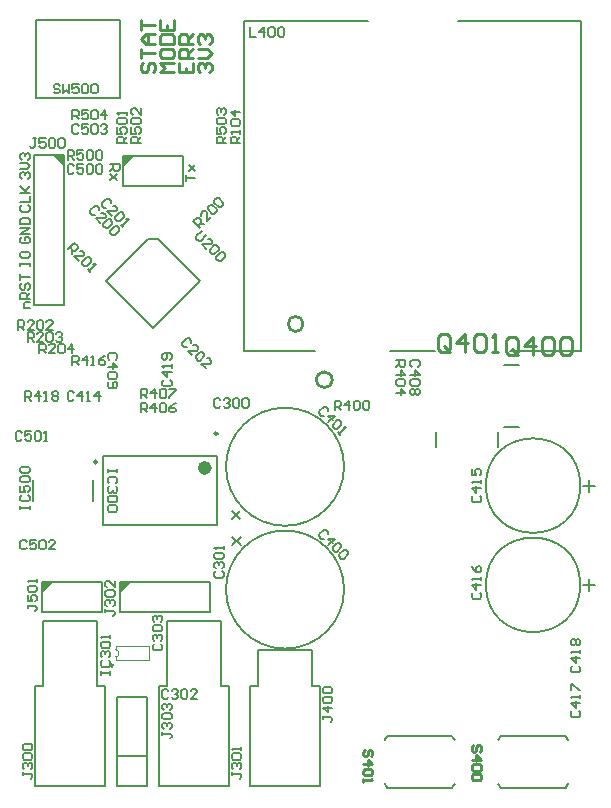
<source format=gto>
%FSLAX44Y44*%
%MOMM*%
G71*
G01*
G75*
%ADD10C,0.4000*%
%ADD11C,0.2540*%
%ADD12R,1.1500X0.7000*%
%ADD13R,0.7000X1.1500*%
%ADD14R,1.0000X1.1000*%
%ADD15R,5.3300X5.5900*%
%ADD16R,6.3500X5.2800*%
%ADD17R,1.1000X1.0000*%
G04:AMPARAMS|DCode=18|XSize=1mm|YSize=1.1mm|CornerRadius=0mm|HoleSize=0mm|Usage=FLASHONLY|Rotation=45.000|XOffset=0mm|YOffset=0mm|HoleType=Round|Shape=Rectangle|*
%AMROTATEDRECTD18*
4,1,4,0.0354,-0.7425,-0.7425,0.0354,-0.0354,0.7425,0.7425,-0.0354,0.0354,-0.7425,0.0*
%
%ADD18ROTATEDRECTD18*%

G04:AMPARAMS|DCode=19|XSize=1mm|YSize=1.1mm|CornerRadius=0mm|HoleSize=0mm|Usage=FLASHONLY|Rotation=135.000|XOffset=0mm|YOffset=0mm|HoleType=Round|Shape=Rectangle|*
%AMROTATEDRECTD19*
4,1,4,0.7425,0.0354,-0.0354,-0.7425,-0.7425,-0.0354,0.0354,0.7425,0.7425,0.0354,0.0*
%
%ADD19ROTATEDRECTD19*%

G04:AMPARAMS|DCode=20|XSize=0.5mm|YSize=1.2mm|CornerRadius=0mm|HoleSize=0mm|Usage=FLASHONLY|Rotation=135.000|XOffset=0mm|YOffset=0mm|HoleType=Round|Shape=Rectangle|*
%AMROTATEDRECTD20*
4,1,4,0.6010,0.2475,-0.2475,-0.6010,-0.6010,-0.2475,0.2475,0.6010,0.6010,0.2475,0.0*
%
%ADD20ROTATEDRECTD20*%

G04:AMPARAMS|DCode=21|XSize=0.5mm|YSize=1.2mm|CornerRadius=0mm|HoleSize=0mm|Usage=FLASHONLY|Rotation=225.000|XOffset=0mm|YOffset=0mm|HoleType=Round|Shape=Rectangle|*
%AMROTATEDRECTD21*
4,1,4,-0.2475,0.6010,0.6010,-0.2475,0.2475,-0.6010,-0.6010,0.2475,-0.2475,0.6010,0.0*
%
%ADD21ROTATEDRECTD21*%

%ADD22O,0.8000X3.0000*%
%ADD23R,0.7620X1.0100*%
%ADD24R,2.2870X1.0100*%
%ADD25R,1.8000X3.7000*%
%ADD26R,0.6000X1.8000*%
G04:AMPARAMS|DCode=27|XSize=0.6mm|YSize=1.8mm|CornerRadius=0.15mm|HoleSize=0mm|Usage=FLASHONLY|Rotation=0.000|XOffset=0mm|YOffset=0mm|HoleType=Round|Shape=RoundedRectangle|*
%AMROUNDEDRECTD27*
21,1,0.6000,1.5000,0,0,0.0*
21,1,0.3000,1.8000,0,0,0.0*
1,1,0.3000,0.1500,-0.7500*
1,1,0.3000,-0.1500,-0.7500*
1,1,0.3000,-0.1500,0.7500*
1,1,0.3000,0.1500,0.7500*
%
%ADD27ROUNDEDRECTD27*%
%ADD28R,1.1000X1.5000*%
%ADD29R,0.6000X0.9000*%
%ADD30C,0.6000*%
%ADD31C,0.4500*%
%ADD32C,1.0000*%
%ADD33C,0.5000*%
%ADD34C,0.1500*%
%ADD35C,0.8000*%
%ADD36C,1.8000*%
%ADD37R,1.8000X1.8000*%
%ADD38R,1.4000X1.4000*%
%ADD39C,1.4000*%
%ADD40C,1.7000*%
%ADD41R,1.8000X1.8000*%
%ADD42P,1.9799X4X360.0*%
%ADD43P,1.9799X4X90.0*%
%ADD44C,0.6000*%
%ADD45C,1.0000*%
%ADD46C,0.9000*%
%ADD47R,1.4000X1.3900*%
%ADD48R,4.8600X3.3600*%
%ADD49R,1.5000X1.0000*%
%ADD50R,1.0000X0.9000*%
%ADD51R,1.6000X1.8000*%
%ADD52O,1.5500X0.2500*%
%ADD53R,1.5500X0.2500*%
%ADD54R,0.2500X1.5500*%
%ADD55R,4.6000X4.6000*%
G04:AMPARAMS|DCode=56|XSize=0.76mm|YSize=1.27mm|CornerRadius=0mm|HoleSize=0mm|Usage=FLASHONLY|Rotation=315.000|XOffset=0mm|YOffset=0mm|HoleType=Round|Shape=Rectangle|*
%AMROTATEDRECTD56*
4,1,4,-0.7177,-0.1803,0.1803,0.7177,0.7177,0.1803,-0.1803,-0.7177,-0.7177,-0.1803,0.0*
%
%ADD56ROTATEDRECTD56*%

%ADD57R,2.2000X1.6000*%
%ADD58R,2.0000X3.5000*%
%ADD59R,0.9000X0.6900*%
%ADD60R,0.9900X0.6900*%
%ADD61R,0.6900X0.9000*%
%ADD62R,0.6900X0.9900*%
%ADD63R,1.4000X1.4000*%
%ADD64R,1.6000X2.9000*%
%ADD65R,1.5000X1.1000*%
%ADD66R,1.8000X1.6000*%
%ADD67R,2.9000X1.6000*%
%ADD68R,3.8100X4.2400*%
%ADD69C,0.1600*%
%ADD70C,0.1800*%
%ADD71C,0.3000*%
%ADD72C,0.2000*%
%ADD73C,0.2500*%
%ADD74C,0.1000*%
%ADD75C,0.1270*%
G36*
X91900Y163175D02*
Y172700D01*
X101425D01*
X91900Y163175D01*
D02*
G37*
G36*
X26600D02*
Y172700D01*
X36125D01*
X26600Y163175D01*
D02*
G37*
G36*
X44700Y523975D02*
X35175Y533500D01*
X44700D01*
Y523975D01*
D02*
G37*
G36*
X94600Y523175D02*
Y532700D01*
X104125D01*
X94600Y523175D01*
D02*
G37*
D11*
X86485Y102000D02*
G03*
X86485Y102000I-1000J0D01*
G01*
X371971Y369625D02*
Y379782D01*
X369431Y382321D01*
X364353D01*
X361814Y379782D01*
Y369625D01*
X364353Y367086D01*
X369431D01*
X366892Y372164D02*
X371971Y367086D01*
X369431D02*
X371971Y369625D01*
X384667Y367086D02*
Y382321D01*
X377049Y374703D01*
X387206D01*
X392284Y379782D02*
X394823Y382321D01*
X399902D01*
X402441Y379782D01*
Y369625D01*
X399902Y367086D01*
X394823D01*
X392284Y369625D01*
Y379782D01*
X407519Y367086D02*
X412598D01*
X410058D01*
Y382321D01*
X407519Y379782D01*
X429047Y366895D02*
Y377052D01*
X426508Y379591D01*
X421429D01*
X418890Y377052D01*
Y366895D01*
X421429Y364356D01*
X426508D01*
X423968Y369434D02*
X429047Y364356D01*
X426508D02*
X429047Y366895D01*
X441743Y364356D02*
Y379591D01*
X434125Y371974D01*
X444282D01*
X449360Y377052D02*
X451899Y379591D01*
X456978D01*
X459517Y377052D01*
Y366895D01*
X456978Y364356D01*
X451899D01*
X449360Y366895D01*
Y377052D01*
X464595D02*
X467134Y379591D01*
X472213D01*
X474752Y377052D01*
Y366895D01*
X472213Y364356D01*
X467134D01*
X464595Y366895D01*
Y377052D01*
X396665Y28668D02*
X397997Y30001D01*
Y32667D01*
X396665Y34000D01*
X395332D01*
X393999Y32667D01*
Y30001D01*
X392666Y28668D01*
X391333D01*
X390000Y30001D01*
Y32667D01*
X391333Y34000D01*
X390000Y22004D02*
X397997D01*
X393999Y26003D01*
Y20671D01*
X396665Y18005D02*
X397997Y16672D01*
Y14006D01*
X396665Y12674D01*
X391333D01*
X390000Y14006D01*
Y16672D01*
X391333Y18005D01*
X396665D01*
Y10008D02*
X397997Y8675D01*
Y6009D01*
X396665Y4676D01*
X391333D01*
X390000Y6009D01*
Y8675D01*
X391333Y10008D01*
X396665D01*
X304664Y24668D02*
X305997Y26001D01*
Y28667D01*
X304664Y30000D01*
X303332D01*
X301999Y28667D01*
Y26001D01*
X300666Y24668D01*
X299333D01*
X298000Y26001D01*
Y28667D01*
X299333Y30000D01*
X298000Y18004D02*
X305997D01*
X301999Y22003D01*
Y16671D01*
X304664Y14005D02*
X305997Y12672D01*
Y10006D01*
X304664Y8673D01*
X299333D01*
X298000Y10006D01*
Y12672D01*
X299333Y14005D01*
X304664D01*
X298000Y6008D02*
Y3342D01*
Y4675D01*
X305997D01*
X304664Y6008D01*
X160003Y604000D02*
X158004Y605999D01*
Y609998D01*
X160003Y611997D01*
X162003D01*
X164002Y609998D01*
Y607999D01*
Y609998D01*
X166001Y611997D01*
X168001D01*
X170000Y609998D01*
Y605999D01*
X168001Y604000D01*
X158004Y615996D02*
X166001D01*
X170000Y619995D01*
X166001Y623993D01*
X158004D01*
X160003Y627992D02*
X158004Y629992D01*
Y633990D01*
X160003Y635990D01*
X162003D01*
X164002Y633990D01*
Y631991D01*
Y633990D01*
X166001Y635990D01*
X168001D01*
X170000Y633990D01*
Y629992D01*
X168001Y627992D01*
X112003Y611997D02*
X110004Y609998D01*
Y605999D01*
X112003Y604000D01*
X114003D01*
X116002Y605999D01*
Y609998D01*
X118001Y611997D01*
X120001D01*
X122000Y609998D01*
Y605999D01*
X120001Y604000D01*
X110004Y615996D02*
Y623993D01*
Y619995D01*
X122000D01*
Y627992D02*
X114003D01*
X110004Y631991D01*
X114003Y635990D01*
X122000D01*
X116002D01*
Y627992D01*
X110004Y639988D02*
Y647986D01*
Y643987D01*
X122000D01*
X138000Y604000D02*
X126004D01*
X130003Y607999D01*
X126004Y611997D01*
X138000D01*
X126004Y621994D02*
Y617995D01*
X128003Y615996D01*
X136001D01*
X138000Y617995D01*
Y621994D01*
X136001Y623993D01*
X128003D01*
X126004Y621994D01*
Y627992D02*
X138000D01*
Y633990D01*
X136001Y635990D01*
X128003D01*
X126004Y633990D01*
Y627992D01*
Y647986D02*
Y639988D01*
X138000D01*
Y647986D01*
X132002Y639988D02*
Y643987D01*
X142004Y611997D02*
Y604000D01*
X154000D01*
Y611997D01*
X148002Y604000D02*
Y607999D01*
X154000Y615996D02*
X142004D01*
Y621994D01*
X144003Y623993D01*
X148002D01*
X150001Y621994D01*
Y615996D01*
Y619995D02*
X154000Y623993D01*
Y627992D02*
X142004D01*
Y633990D01*
X144003Y635990D01*
X148002D01*
X150001Y633990D01*
Y627992D01*
Y631991D02*
X154000Y635990D01*
D30*
X167000Y269000D02*
G03*
X167000Y269000I-3000J0D01*
G01*
D34*
X417300Y356000D02*
X430000D01*
X417000Y304000D02*
X429700D01*
X360000Y286800D02*
Y299500D01*
X412000Y286500D02*
Y299200D01*
X21000Y648100D02*
X92000D01*
X21000Y582100D02*
X92000D01*
X21000D02*
Y648100D01*
X92000Y582100D02*
Y648100D01*
D72*
X373500Y-1650D02*
G03*
X375632Y1374I-27500J21650D01*
G01*
X316368D02*
G03*
X318500Y-1650I29632J18626D01*
G01*
Y41650D02*
G03*
X316368Y38626I27500J-21650D01*
G01*
X375632D02*
G03*
X373500Y41650I-29632J-18626D01*
G01*
X469500Y-1650D02*
G03*
X471632Y1374I-27500J21650D01*
G01*
X412368D02*
G03*
X414500Y-1650I29632J18626D01*
G01*
Y41650D02*
G03*
X412368Y38626I27500J-21650D01*
G01*
X471632D02*
G03*
X469500Y41650I-29632J-18626D01*
G01*
X482000Y254000D02*
G03*
X482000Y254000I-40000J0D01*
G01*
Y170000D02*
G03*
X482000Y170000I-40000J0D01*
G01*
X318500Y-1650D02*
X373500D01*
X318500Y41650D02*
X373500D01*
X414500Y-1650D02*
X469500D01*
X414500Y41650D02*
X469500D01*
X125300Y0D02*
X184700D01*
X125300D02*
Y84600D01*
X184700Y0D02*
Y84600D01*
X125300D02*
X132000D01*
X178000D02*
X184700D01*
X132000D02*
Y139500D01*
X178000Y84600D02*
Y139500D01*
X132000D02*
X178000D01*
X20300Y0D02*
X79700D01*
X20300D02*
Y84600D01*
X79700Y0D02*
Y84600D01*
X20300D02*
X27000D01*
X73000D02*
X79700D01*
X27000D02*
Y139500D01*
X73000Y84600D02*
Y139500D01*
X27000D02*
X73000D01*
X482500Y367725D02*
Y647725D01*
X197500Y367725D02*
Y507500D01*
Y502725D02*
Y647725D01*
X301900D01*
X378100D02*
X482500D01*
X197500Y367725D02*
X257450D01*
X320950D02*
X359050D01*
X422550D02*
X482500D01*
X94600Y507300D02*
Y532700D01*
Y507300D02*
X145400D01*
Y532700D01*
X94600D02*
X145400D01*
X80269Y427307D02*
X116084Y463122D01*
X80269Y427307D02*
X120291Y387285D01*
X160313Y427307D01*
X124498Y463122D02*
X160313Y427307D01*
X116084Y463122D02*
X124498Y463122D01*
X78000Y279000D02*
X174000D01*
X78000Y221000D02*
X174000D01*
Y279000D01*
X78000Y221000D02*
Y279000D01*
X19000Y241000D02*
Y259000D01*
X69000Y241000D02*
Y259000D01*
X26600Y147300D02*
Y172700D01*
Y147300D02*
X77400D01*
Y172700D01*
X26600D02*
X77400D01*
X91900Y147300D02*
Y172700D01*
Y147300D02*
X168100D01*
Y172700D01*
X91900D02*
X168100D01*
X44700Y406500D02*
Y533500D01*
X19300Y406500D02*
X44700D01*
X19300D02*
Y533500D01*
X44700D01*
X209000Y114500D02*
X255000D01*
Y84600D02*
Y114500D01*
X209000Y84600D02*
Y114500D01*
X255000Y84600D02*
X261700D01*
X202300D02*
X209000D01*
X261700Y0D02*
Y84600D01*
X202300Y0D02*
Y84600D01*
Y0D02*
X261700D01*
X89485D02*
Y74900D01*
X115485D01*
Y0D02*
Y74900D01*
X89485Y0D02*
X115485D01*
X89485Y25400D02*
X115485D01*
X194000Y544000D02*
X186003D01*
Y547999D01*
X187335Y549332D01*
X190001D01*
X191334Y547999D01*
Y544000D01*
Y546666D02*
X194000Y549332D01*
Y551997D02*
Y554663D01*
Y553330D01*
X186003D01*
X187335Y551997D01*
Y558662D02*
X186003Y559995D01*
Y562661D01*
X187335Y563994D01*
X192667D01*
X194000Y562661D01*
Y559995D01*
X192667Y558662D01*
X187335D01*
X194000Y570658D02*
X186003D01*
X190001Y566659D01*
Y571991D01*
X161655Y469655D02*
X156943Y464943D01*
Y463058D01*
X158827Y461172D01*
X160713Y461172D01*
X165425Y465885D01*
Y454575D02*
X161655Y458345D01*
X169195D01*
X170138Y459287D01*
Y461172D01*
X168253Y463058D01*
X166368Y463058D01*
X172023Y457402D02*
X173908Y457402D01*
X175793Y455518D01*
Y453633D01*
X172023Y449862D01*
X170138Y449862D01*
X168253Y451747D01*
Y453633D01*
X172023Y457402D01*
X177678Y451748D02*
X179563Y451747D01*
X181448Y449862D01*
Y447977D01*
X177678Y444207D01*
X175793Y444207D01*
X173908Y446092D01*
Y447977D01*
X177678Y451748D01*
X41332Y592664D02*
X39999Y593997D01*
X37333D01*
X36000Y592664D01*
Y591332D01*
X37333Y589999D01*
X39999D01*
X41332Y588666D01*
Y587333D01*
X39999Y586000D01*
X37333D01*
X36000Y587333D01*
X43997Y593997D02*
Y586000D01*
X46663Y588666D01*
X49329Y586000D01*
Y593997D01*
X57326D02*
X51995D01*
Y589999D01*
X54661Y591332D01*
X55994D01*
X57326Y589999D01*
Y587333D01*
X55994Y586000D01*
X53328D01*
X51995Y587333D01*
X59992Y592664D02*
X61325Y593997D01*
X63991D01*
X65324Y592664D01*
Y587333D01*
X63991Y586000D01*
X61325D01*
X59992Y587333D01*
Y592664D01*
X67990D02*
X69323Y593997D01*
X71988D01*
X73321Y592664D01*
Y587333D01*
X71988Y586000D01*
X69323D01*
X67990Y587333D01*
Y592664D01*
X52000Y564000D02*
Y571997D01*
X55999D01*
X57332Y570664D01*
Y567999D01*
X55999Y566666D01*
X52000D01*
X54666D02*
X57332Y564000D01*
X65329Y571997D02*
X59997D01*
Y567999D01*
X62663Y569332D01*
X63996D01*
X65329Y567999D01*
Y565333D01*
X63996Y564000D01*
X61330D01*
X59997Y565333D01*
X67995Y570664D02*
X69328Y571997D01*
X71994D01*
X73326Y570664D01*
Y565333D01*
X71994Y564000D01*
X69328D01*
X67995Y565333D01*
Y570664D01*
X79991Y564000D02*
Y571997D01*
X75992Y567999D01*
X81324D01*
X182000Y544000D02*
X174003D01*
Y547999D01*
X175336Y549332D01*
X178001D01*
X179334Y547999D01*
Y544000D01*
Y546666D02*
X182000Y549332D01*
X174003Y557329D02*
Y551997D01*
X178001D01*
X176668Y554663D01*
Y555996D01*
X178001Y557329D01*
X180667D01*
X182000Y555996D01*
Y553330D01*
X180667Y551997D01*
X175336Y559995D02*
X174003Y561328D01*
Y563994D01*
X175336Y565326D01*
X180667D01*
X182000Y563994D01*
Y561328D01*
X180667Y559995D01*
X175336D01*
Y567992D02*
X174003Y569325D01*
Y571991D01*
X175336Y573324D01*
X176668D01*
X178001Y571991D01*
Y570658D01*
Y571991D01*
X179334Y573324D01*
X180667D01*
X182000Y571991D01*
Y569325D01*
X180667Y567992D01*
X110000Y544000D02*
X102003D01*
Y547999D01*
X103336Y549332D01*
X106001D01*
X107334Y547999D01*
Y544000D01*
Y546666D02*
X110000Y549332D01*
X102003Y557329D02*
Y551997D01*
X106001D01*
X104668Y554663D01*
Y555996D01*
X106001Y557329D01*
X108667D01*
X110000Y555996D01*
Y553330D01*
X108667Y551997D01*
X103336Y559995D02*
X102003Y561328D01*
Y563994D01*
X103336Y565326D01*
X108667D01*
X110000Y563994D01*
Y561328D01*
X108667Y559995D01*
X103336D01*
X110000Y573324D02*
Y567992D01*
X104668Y573324D01*
X103336D01*
X102003Y571991D01*
Y569325D01*
X103336Y567992D01*
X98000Y544000D02*
X90003D01*
Y547999D01*
X91335Y549332D01*
X94001D01*
X95334Y547999D01*
Y544000D01*
Y546666D02*
X98000Y549332D01*
X90003Y557329D02*
Y551997D01*
X94001D01*
X92668Y554663D01*
Y555996D01*
X94001Y557329D01*
X96667D01*
X98000Y555996D01*
Y553330D01*
X96667Y551997D01*
X91335Y559995D02*
X90003Y561328D01*
Y563994D01*
X91335Y565326D01*
X96667D01*
X98000Y563994D01*
Y561328D01*
X96667Y559995D01*
X91335D01*
X98000Y567992D02*
Y570658D01*
Y569325D01*
X90003D01*
X91335Y567992D01*
X48000Y530000D02*
Y537997D01*
X51999D01*
X53332Y536665D01*
Y533999D01*
X51999Y532666D01*
X48000D01*
X50666D02*
X53332Y530000D01*
X61329Y537997D02*
X55997D01*
Y533999D01*
X58663Y535332D01*
X59996D01*
X61329Y533999D01*
Y531333D01*
X59996Y530000D01*
X57330D01*
X55997Y531333D01*
X63995Y536665D02*
X65328Y537997D01*
X67994D01*
X69327Y536665D01*
Y531333D01*
X67994Y530000D01*
X65328D01*
X63995Y531333D01*
Y536665D01*
X71992D02*
X73325Y537997D01*
X75991D01*
X77324Y536665D01*
Y531333D01*
X75991Y530000D01*
X73325D01*
X71992Y531333D01*
Y536665D01*
X12000Y326000D02*
Y333997D01*
X15999D01*
X17332Y332664D01*
Y329999D01*
X15999Y328666D01*
X12000D01*
X14666D02*
X17332Y326000D01*
X23996D02*
Y333997D01*
X19997Y329999D01*
X25329D01*
X27995Y326000D02*
X30661D01*
X29328D01*
Y333997D01*
X27995Y332664D01*
X34659D02*
X35992Y333997D01*
X38658D01*
X39991Y332664D01*
Y331332D01*
X38658Y329999D01*
X39991Y328666D01*
Y327333D01*
X38658Y326000D01*
X35992D01*
X34659Y327333D01*
Y328666D01*
X35992Y329999D01*
X34659Y331332D01*
Y332664D01*
X35992Y329999D02*
X38658D01*
X52000Y356000D02*
Y363997D01*
X55999D01*
X57332Y362664D01*
Y359999D01*
X55999Y358666D01*
X52000D01*
X54666D02*
X57332Y356000D01*
X63996D02*
Y363997D01*
X59997Y359999D01*
X65329D01*
X67995Y356000D02*
X70661D01*
X69328D01*
Y363997D01*
X67995Y362664D01*
X79991Y363997D02*
X77325Y362664D01*
X74659Y359999D01*
Y357333D01*
X75992Y356000D01*
X78658D01*
X79991Y357333D01*
Y358666D01*
X78658Y359999D01*
X74659D01*
X110000Y328000D02*
Y335997D01*
X113999D01*
X115332Y334664D01*
Y331999D01*
X113999Y330666D01*
X110000D01*
X112666D02*
X115332Y328000D01*
X121996D02*
Y335997D01*
X117997Y331999D01*
X123329D01*
X125995Y334664D02*
X127328Y335997D01*
X129994D01*
X131327Y334664D01*
Y329333D01*
X129994Y328000D01*
X127328D01*
X125995Y329333D01*
Y334664D01*
X133992Y335997D02*
X139324D01*
Y334664D01*
X133992Y329333D01*
Y328000D01*
X110000Y316000D02*
Y323997D01*
X113999D01*
X115332Y322664D01*
Y319999D01*
X113999Y318666D01*
X110000D01*
X112666D02*
X115332Y316000D01*
X121996D02*
Y323997D01*
X117997Y319999D01*
X123329D01*
X125995Y322664D02*
X127328Y323997D01*
X129994D01*
X131327Y322664D01*
Y317333D01*
X129994Y316000D01*
X127328D01*
X125995Y317333D01*
Y322664D01*
X139324Y323997D02*
X136658Y322664D01*
X133992Y319999D01*
Y317333D01*
X135325Y316000D01*
X137991D01*
X139324Y317333D01*
Y318666D01*
X137991Y319999D01*
X133992D01*
X326000Y360000D02*
X333997D01*
Y356001D01*
X332664Y354668D01*
X329999D01*
X328666Y356001D01*
Y360000D01*
Y357334D02*
X326000Y354668D01*
Y348004D02*
X333997D01*
X329999Y352003D01*
Y346671D01*
X332664Y344005D02*
X333997Y342672D01*
Y340006D01*
X332664Y338674D01*
X327333D01*
X326000Y340006D01*
Y342672D01*
X327333Y344005D01*
X332664D01*
X326000Y332009D02*
X333997D01*
X329999Y336008D01*
Y330676D01*
X274000Y318000D02*
Y325997D01*
X277999D01*
X279332Y324664D01*
Y321999D01*
X277999Y320666D01*
X274000D01*
X276666D02*
X279332Y318000D01*
X285996D02*
Y325997D01*
X281997Y321999D01*
X287329D01*
X289995Y324664D02*
X291328Y325997D01*
X293994D01*
X295326Y324664D01*
Y319333D01*
X293994Y318000D01*
X291328D01*
X289995Y319333D01*
Y324664D01*
X297992D02*
X299325Y325997D01*
X301991D01*
X303324Y324664D01*
Y319333D01*
X301991Y318000D01*
X299325D01*
X297992Y319333D01*
Y324664D01*
X24000Y366000D02*
Y373997D01*
X27999D01*
X29332Y372664D01*
Y369999D01*
X27999Y368666D01*
X24000D01*
X26666D02*
X29332Y366000D01*
X37329D02*
X31997D01*
X37329Y371332D01*
Y372664D01*
X35996Y373997D01*
X33330D01*
X31997Y372664D01*
X39995D02*
X41328Y373997D01*
X43994D01*
X45326Y372664D01*
Y367333D01*
X43994Y366000D01*
X41328D01*
X39995Y367333D01*
Y372664D01*
X51991Y366000D02*
Y373997D01*
X47992Y369999D01*
X53324D01*
X14000Y376000D02*
Y383997D01*
X17999D01*
X19332Y382664D01*
Y379999D01*
X17999Y378666D01*
X14000D01*
X16666D02*
X19332Y376000D01*
X27329D02*
X21997D01*
X27329Y381332D01*
Y382664D01*
X25996Y383997D01*
X23330D01*
X21997Y382664D01*
X29995D02*
X31328Y383997D01*
X33994D01*
X35326Y382664D01*
Y377333D01*
X33994Y376000D01*
X31328D01*
X29995Y377333D01*
Y382664D01*
X37992D02*
X39325Y383997D01*
X41991D01*
X43324Y382664D01*
Y381332D01*
X41991Y379999D01*
X40658D01*
X41991D01*
X43324Y378666D01*
Y377333D01*
X41991Y376000D01*
X39325D01*
X37992Y377333D01*
X6000Y386000D02*
Y393997D01*
X9999D01*
X11332Y392664D01*
Y389999D01*
X9999Y388666D01*
X6000D01*
X8666D02*
X11332Y386000D01*
X19329D02*
X13997D01*
X19329Y391332D01*
Y392664D01*
X17996Y393997D01*
X15330D01*
X13997Y392664D01*
X21995D02*
X23328Y393997D01*
X25993D01*
X27326Y392664D01*
Y387333D01*
X25993Y386000D01*
X23328D01*
X21995Y387333D01*
Y392664D01*
X35324Y386000D02*
X29992D01*
X35324Y391332D01*
Y392664D01*
X33991Y393997D01*
X31325D01*
X29992Y392664D01*
X48000Y454000D02*
X53655Y459655D01*
X56483Y456828D01*
Y454943D01*
X54598Y453058D01*
X52712Y453058D01*
X49885Y455885D01*
X51770Y454000D02*
Y450230D01*
X57425Y444575D02*
X53655Y448345D01*
X61195D01*
X62138Y449287D01*
Y451172D01*
X60253Y453058D01*
X58368Y453058D01*
X64023Y447402D02*
X65908Y447402D01*
X67793Y445517D01*
Y443633D01*
X64023Y439862D01*
X62138Y439862D01*
X60253Y441747D01*
Y443633D01*
X64023Y447402D01*
X64965Y437035D02*
X66850Y435150D01*
X65908Y436092D01*
X71563Y441747D01*
X69678Y441748D01*
X160000Y472000D02*
X154345Y477655D01*
X157172Y480483D01*
X159058D01*
X160942Y478597D01*
X160942Y476712D01*
X158115Y473885D01*
X160000Y475770D02*
X163770D01*
X169425Y481425D02*
X165655Y477655D01*
Y485195D01*
X164713Y486138D01*
X162827D01*
X160942Y484253D01*
X160942Y482368D01*
X166597Y488023D02*
X166598Y489908D01*
X168483Y491793D01*
X170368D01*
X174138Y488023D01*
X174138Y486138D01*
X172253Y484253D01*
X170368D01*
X166597Y488023D01*
X172253Y493678D02*
X172253Y495563D01*
X174138Y497448D01*
X176023D01*
X179793Y493678D01*
X179793Y491793D01*
X177908Y489908D01*
X176023D01*
X172253Y493678D01*
X202000Y641997D02*
Y634000D01*
X207332D01*
X213996D02*
Y641997D01*
X209997Y637999D01*
X215329D01*
X217995Y640665D02*
X219328Y641997D01*
X221994D01*
X223326Y640665D01*
Y635333D01*
X221994Y634000D01*
X219328D01*
X217995Y635333D01*
Y640665D01*
X225992D02*
X227325Y641997D01*
X229991D01*
X231324Y640665D01*
Y635333D01*
X229991Y634000D01*
X227325D01*
X225992Y635333D01*
Y640665D01*
X14003Y153332D02*
Y150666D01*
Y151999D01*
X20667D01*
X22000Y150666D01*
Y149333D01*
X20667Y148000D01*
X14003Y161329D02*
Y155997D01*
X18001D01*
X16668Y158663D01*
Y159996D01*
X18001Y161329D01*
X20667D01*
X22000Y159996D01*
Y157330D01*
X20667Y155997D01*
X15336Y163995D02*
X14003Y165328D01*
Y167994D01*
X15336Y169326D01*
X20667D01*
X22000Y167994D01*
Y165328D01*
X20667Y163995D01*
X15336D01*
X22000Y171992D02*
Y174658D01*
Y173325D01*
X14003D01*
X15336Y171992D01*
X21332Y547997D02*
X18666D01*
X19999D01*
Y541333D01*
X18666Y540000D01*
X17333D01*
X16000Y541333D01*
X29329Y547997D02*
X23997D01*
Y543999D01*
X26663Y545332D01*
X27996D01*
X29329Y543999D01*
Y541333D01*
X27996Y540000D01*
X25330D01*
X23997Y541333D01*
X31995Y546665D02*
X33328Y547997D01*
X35994D01*
X37326Y546665D01*
Y541333D01*
X35994Y540000D01*
X33328D01*
X31995Y541333D01*
Y546665D01*
X39992D02*
X41325Y547997D01*
X43991D01*
X45324Y546665D01*
Y541333D01*
X43991Y540000D01*
X41325D01*
X39992Y541333D01*
Y546665D01*
X264003Y59332D02*
Y56666D01*
Y57999D01*
X270667D01*
X272000Y56666D01*
Y55333D01*
X270667Y54000D01*
X272000Y65996D02*
X264003D01*
X268001Y61997D01*
Y67329D01*
X265336Y69995D02*
X264003Y71328D01*
Y73994D01*
X265336Y75326D01*
X270667D01*
X272000Y73994D01*
Y71328D01*
X270667Y69995D01*
X265336D01*
Y77992D02*
X264003Y79325D01*
Y81991D01*
X265336Y83324D01*
X270667D01*
X272000Y81991D01*
Y79325D01*
X270667Y77992D01*
X265336D01*
X80003Y149332D02*
Y146666D01*
Y147999D01*
X86667D01*
X88000Y146666D01*
Y145333D01*
X86667Y144000D01*
X81335Y151997D02*
X80003Y153330D01*
Y155996D01*
X81335Y157329D01*
X82668D01*
X84001Y155996D01*
Y154663D01*
Y155996D01*
X85334Y157329D01*
X86667D01*
X88000Y155996D01*
Y153330D01*
X86667Y151997D01*
X81335Y159995D02*
X80003Y161328D01*
Y163994D01*
X81335Y165326D01*
X86667D01*
X88000Y163994D01*
Y161328D01*
X86667Y159995D01*
X81335D01*
X88000Y173324D02*
Y167992D01*
X82668Y173324D01*
X81335D01*
X80003Y171991D01*
Y169325D01*
X81335Y167992D01*
X187003Y11332D02*
Y8666D01*
Y9999D01*
X193667D01*
X195000Y8666D01*
Y7333D01*
X193667Y6000D01*
X188335Y13997D02*
X187003Y15330D01*
Y17996D01*
X188335Y19329D01*
X189668D01*
X191001Y17996D01*
Y16663D01*
Y17996D01*
X192334Y19329D01*
X193667D01*
X195000Y17996D01*
Y15330D01*
X193667Y13997D01*
X188335Y21995D02*
X187003Y23328D01*
Y25993D01*
X188335Y27326D01*
X193667D01*
X195000Y25993D01*
Y23328D01*
X193667Y21995D01*
X188335D01*
X195000Y29992D02*
Y32658D01*
Y31325D01*
X187003D01*
X188335Y29992D01*
X10003Y11332D02*
Y8666D01*
Y9999D01*
X16667D01*
X18000Y8666D01*
Y7333D01*
X16667Y6000D01*
X11336Y13997D02*
X10003Y15330D01*
Y17996D01*
X11336Y19329D01*
X12668D01*
X14001Y17996D01*
Y16663D01*
Y17996D01*
X15334Y19329D01*
X16667D01*
X18000Y17996D01*
Y15330D01*
X16667Y13997D01*
X11336Y21995D02*
X10003Y23328D01*
Y25993D01*
X11336Y27326D01*
X16667D01*
X18000Y25993D01*
Y23328D01*
X16667Y21995D01*
X11336D01*
Y29992D02*
X10003Y31325D01*
Y33991D01*
X11336Y35324D01*
X16667D01*
X18000Y33991D01*
Y31325D01*
X16667Y29992D01*
X11336D01*
X8003Y234000D02*
Y236666D01*
Y235333D01*
X16000D01*
Y234000D01*
Y236666D01*
X9336Y245996D02*
X8003Y244663D01*
Y241997D01*
X9336Y240665D01*
X14667D01*
X16000Y241997D01*
Y244663D01*
X14667Y245996D01*
X8003Y253993D02*
Y248662D01*
X12001D01*
X10668Y251328D01*
Y252661D01*
X12001Y253993D01*
X14667D01*
X16000Y252661D01*
Y249995D01*
X14667Y248662D01*
X9336Y256659D02*
X8003Y257992D01*
Y260658D01*
X9336Y261991D01*
X14667D01*
X16000Y260658D01*
Y257992D01*
X14667Y256659D01*
X9336D01*
Y264657D02*
X8003Y265990D01*
Y268655D01*
X9336Y269988D01*
X14667D01*
X16000Y268655D01*
Y265990D01*
X14667Y264657D01*
X9336D01*
X76003Y94000D02*
Y96666D01*
Y95333D01*
X84000D01*
Y94000D01*
Y96666D01*
X77336Y105996D02*
X76003Y104663D01*
Y101997D01*
X77336Y100665D01*
X82667D01*
X84000Y101997D01*
Y104663D01*
X82667Y105996D01*
X77336Y108662D02*
X76003Y109995D01*
Y112661D01*
X77336Y113994D01*
X78668D01*
X80001Y112661D01*
Y111328D01*
Y112661D01*
X81334Y113994D01*
X82667D01*
X84000Y112661D01*
Y109995D01*
X82667Y108662D01*
X77336Y116659D02*
X76003Y117992D01*
Y120658D01*
X77336Y121991D01*
X82667D01*
X84000Y120658D01*
Y117992D01*
X82667Y116659D01*
X77336D01*
X84000Y124657D02*
Y127323D01*
Y125990D01*
X76003D01*
X77336Y124657D01*
X89997Y268000D02*
Y265334D01*
Y266667D01*
X82000D01*
Y268000D01*
Y265334D01*
X88665Y256004D02*
X89997Y257337D01*
Y260003D01*
X88665Y261336D01*
X83333D01*
X82000Y260003D01*
Y257337D01*
X83333Y256004D01*
X88665Y253338D02*
X89997Y252005D01*
Y249339D01*
X88665Y248006D01*
X87332D01*
X85999Y249339D01*
Y250672D01*
Y249339D01*
X84666Y248006D01*
X83333D01*
X82000Y249339D01*
Y252005D01*
X83333Y253338D01*
X88665Y245341D02*
X89997Y244008D01*
Y241342D01*
X88665Y240009D01*
X83333D01*
X82000Y241342D01*
Y244008D01*
X83333Y245341D01*
X88665D01*
Y237343D02*
X89997Y236010D01*
Y233344D01*
X88665Y232012D01*
X83333D01*
X82000Y233344D01*
Y236010D01*
X83333Y237343D01*
X88665D01*
X57332Y558665D02*
X55999Y559997D01*
X53333D01*
X52000Y558665D01*
Y553333D01*
X53333Y552000D01*
X55999D01*
X57332Y553333D01*
X65329Y559997D02*
X59997D01*
Y555999D01*
X62663Y557332D01*
X63996D01*
X65329Y555999D01*
Y553333D01*
X63996Y552000D01*
X61330D01*
X59997Y553333D01*
X67995Y558665D02*
X69328Y559997D01*
X71994D01*
X73326Y558665D01*
Y553333D01*
X71994Y552000D01*
X69328D01*
X67995Y553333D01*
Y558665D01*
X75992D02*
X77325Y559997D01*
X79991D01*
X81324Y558665D01*
Y557332D01*
X79991Y555999D01*
X78658D01*
X79991D01*
X81324Y554666D01*
Y553333D01*
X79991Y552000D01*
X77325D01*
X75992Y553333D01*
X13332Y206665D02*
X11999Y207997D01*
X9333D01*
X8000Y206665D01*
Y201333D01*
X9333Y200000D01*
X11999D01*
X13332Y201333D01*
X21329Y207997D02*
X15997D01*
Y203999D01*
X18663Y205332D01*
X19996D01*
X21329Y203999D01*
Y201333D01*
X19996Y200000D01*
X17330D01*
X15997Y201333D01*
X23995Y206665D02*
X25328Y207997D01*
X27994D01*
X29327Y206665D01*
Y201333D01*
X27994Y200000D01*
X25328D01*
X23995Y201333D01*
Y206665D01*
X37324Y200000D02*
X31992D01*
X37324Y205332D01*
Y206665D01*
X35991Y207997D01*
X33325D01*
X31992Y206665D01*
X9332Y298664D02*
X7999Y299997D01*
X5333D01*
X4000Y298664D01*
Y293333D01*
X5333Y292000D01*
X7999D01*
X9332Y293333D01*
X17329Y299997D02*
X11997D01*
Y295999D01*
X14663Y297332D01*
X15996D01*
X17329Y295999D01*
Y293333D01*
X15996Y292000D01*
X13330D01*
X11997Y293333D01*
X19995Y298664D02*
X21328Y299997D01*
X23994D01*
X25326Y298664D01*
Y293333D01*
X23994Y292000D01*
X21328D01*
X19995Y293333D01*
Y298664D01*
X27992Y292000D02*
X30658D01*
X29325D01*
Y299997D01*
X27992Y298664D01*
X53332Y524664D02*
X51999Y525997D01*
X49333D01*
X48000Y524664D01*
Y519333D01*
X49333Y518000D01*
X51999D01*
X53332Y519333D01*
X61329Y525997D02*
X55997D01*
Y521999D01*
X58663Y523332D01*
X59996D01*
X61329Y521999D01*
Y519333D01*
X59996Y518000D01*
X57330D01*
X55997Y519333D01*
X63995Y524664D02*
X65328Y525997D01*
X67994D01*
X69327Y524664D01*
Y519333D01*
X67994Y518000D01*
X65328D01*
X63995Y519333D01*
Y524664D01*
X71992D02*
X73325Y525997D01*
X75991D01*
X77324Y524664D01*
Y519333D01*
X75991Y518000D01*
X73325D01*
X71992Y519333D01*
Y524664D01*
X129335Y343332D02*
X128003Y341999D01*
Y339333D01*
X129335Y338000D01*
X134667D01*
X136000Y339333D01*
Y341999D01*
X134667Y343332D01*
X136000Y349996D02*
X128003D01*
X132001Y345997D01*
Y351329D01*
X136000Y353995D02*
Y356661D01*
Y355328D01*
X128003D01*
X129335Y353995D01*
X134667Y360659D02*
X136000Y361992D01*
Y364658D01*
X134667Y365991D01*
X129335D01*
X128003Y364658D01*
Y361992D01*
X129335Y360659D01*
X130668D01*
X132001Y361992D01*
Y365991D01*
X53332Y332664D02*
X51999Y333997D01*
X49333D01*
X48000Y332664D01*
Y327333D01*
X49333Y326000D01*
X51999D01*
X53332Y327333D01*
X59996Y326000D02*
Y333997D01*
X55997Y329999D01*
X61329D01*
X63995Y326000D02*
X66661D01*
X65328D01*
Y333997D01*
X63995Y332664D01*
X74658Y326000D02*
Y333997D01*
X70659Y329999D01*
X75991D01*
X88665Y360668D02*
X89997Y362001D01*
Y364667D01*
X88665Y366000D01*
X83333D01*
X82000Y364667D01*
Y362001D01*
X83333Y360668D01*
X82000Y354004D02*
X89997D01*
X85999Y358003D01*
Y352671D01*
X88665Y350005D02*
X89997Y348672D01*
Y346006D01*
X88665Y344674D01*
X83333D01*
X82000Y346006D01*
Y348672D01*
X83333Y350005D01*
X88665D01*
X83333Y342008D02*
X82000Y340675D01*
Y338009D01*
X83333Y336676D01*
X88665D01*
X89997Y338009D01*
Y340675D01*
X88665Y342008D01*
X87332D01*
X85999Y340675D01*
Y336676D01*
X344664Y354668D02*
X345997Y356001D01*
Y358667D01*
X344664Y360000D01*
X339333D01*
X338000Y358667D01*
Y356001D01*
X339333Y354668D01*
X338000Y348004D02*
X345997D01*
X341999Y352003D01*
Y346671D01*
X344664Y344005D02*
X345997Y342672D01*
Y340006D01*
X344664Y338674D01*
X339333D01*
X338000Y340006D01*
Y342672D01*
X339333Y344005D01*
X344664D01*
Y336008D02*
X345997Y334675D01*
Y332009D01*
X344664Y330676D01*
X343332D01*
X341999Y332009D01*
X340666Y330676D01*
X339333D01*
X338000Y332009D01*
Y334675D01*
X339333Y336008D01*
X340666D01*
X341999Y334675D01*
X343332Y336008D01*
X344664D01*
X341999Y334675D02*
Y332009D01*
X121335Y119832D02*
X120003Y118499D01*
Y115833D01*
X121335Y114500D01*
X126667D01*
X128000Y115833D01*
Y118499D01*
X126667Y119832D01*
X121335Y122497D02*
X120003Y123830D01*
Y126496D01*
X121335Y127829D01*
X122668D01*
X124001Y126496D01*
Y125163D01*
Y126496D01*
X125334Y127829D01*
X126667D01*
X128000Y126496D01*
Y123830D01*
X126667Y122497D01*
X121335Y130495D02*
X120003Y131828D01*
Y134494D01*
X121335Y135826D01*
X126667D01*
X128000Y134494D01*
Y131828D01*
X126667Y130495D01*
X121335D01*
Y138492D02*
X120003Y139825D01*
Y142491D01*
X121335Y143824D01*
X122668D01*
X124001Y142491D01*
Y141158D01*
Y142491D01*
X125334Y143824D01*
X126667D01*
X128000Y142491D01*
Y139825D01*
X126667Y138492D01*
X133332Y80180D02*
X131999Y81512D01*
X129333D01*
X128000Y80180D01*
Y74848D01*
X129333Y73515D01*
X131999D01*
X133332Y74848D01*
X135997Y80180D02*
X137330Y81512D01*
X139996D01*
X141329Y80180D01*
Y78847D01*
X139996Y77514D01*
X138663D01*
X139996D01*
X141329Y76181D01*
Y74848D01*
X139996Y73515D01*
X137330D01*
X135997Y74848D01*
X143995Y80180D02*
X145328Y81512D01*
X147994D01*
X149326Y80180D01*
Y74848D01*
X147994Y73515D01*
X145328D01*
X143995Y74848D01*
Y80180D01*
X157324Y73515D02*
X151992D01*
X157324Y78847D01*
Y80180D01*
X155991Y81512D01*
X153325D01*
X151992Y80180D01*
X173335Y181332D02*
X172003Y179999D01*
Y177333D01*
X173335Y176000D01*
X178667D01*
X180000Y177333D01*
Y179999D01*
X178667Y181332D01*
X173335Y183997D02*
X172003Y185330D01*
Y187996D01*
X173335Y189329D01*
X174668D01*
X176001Y187996D01*
Y186663D01*
Y187996D01*
X177334Y189329D01*
X178667D01*
X180000Y187996D01*
Y185330D01*
X178667Y183997D01*
X173335Y191995D02*
X172003Y193328D01*
Y195994D01*
X173335Y197327D01*
X178667D01*
X180000Y195994D01*
Y193328D01*
X178667Y191995D01*
X173335D01*
X180000Y199992D02*
Y202658D01*
Y201325D01*
X172003D01*
X173335Y199992D01*
X177332Y326665D02*
X175999Y327997D01*
X173333D01*
X172000Y326665D01*
Y321333D01*
X173333Y320000D01*
X175999D01*
X177332Y321333D01*
X179997Y326665D02*
X181330Y327997D01*
X183996D01*
X185329Y326665D01*
Y325332D01*
X183996Y323999D01*
X182663D01*
X183996D01*
X185329Y322666D01*
Y321333D01*
X183996Y320000D01*
X181330D01*
X179997Y321333D01*
X187995Y326665D02*
X189328Y327997D01*
X191994D01*
X193326Y326665D01*
Y321333D01*
X191994Y320000D01*
X189328D01*
X187995Y321333D01*
Y326665D01*
X195992D02*
X197325Y327997D01*
X199991D01*
X201324Y326665D01*
Y321333D01*
X199991Y320000D01*
X197325D01*
X195992Y321333D01*
Y326665D01*
X152483Y374943D02*
Y376828D01*
X150597Y378713D01*
X148713Y378713D01*
X144943Y374943D01*
Y373058D01*
X146827Y371172D01*
X148713Y371172D01*
X153425Y364575D02*
X149655Y368345D01*
X157195D01*
X158138Y369287D01*
Y371172D01*
X156253Y373058D01*
X154368Y373058D01*
X160023Y367402D02*
X161908Y367402D01*
X163793Y365517D01*
Y363632D01*
X160023Y359862D01*
X158138Y359862D01*
X156253Y361747D01*
Y363632D01*
X160023Y367402D01*
X164735Y353265D02*
X160965Y357035D01*
X168505D01*
X169448Y357977D01*
Y359862D01*
X167563Y361747D01*
X165678Y361747D01*
X84483Y492943D02*
Y494827D01*
X82598Y496712D01*
X80712Y496712D01*
X76943Y492943D01*
Y491058D01*
X78828Y489173D01*
X80712Y489173D01*
X85425Y482575D02*
X81655Y486345D01*
X89195D01*
X90138Y487287D01*
Y489173D01*
X88253Y491058D01*
X86368Y491058D01*
X92023Y485402D02*
X93908Y485402D01*
X95793Y483517D01*
Y481632D01*
X92023Y477862D01*
X90138Y477862D01*
X88253Y479747D01*
Y481632D01*
X92023Y485402D01*
X92965Y475035D02*
X94850Y473150D01*
X93908Y474092D01*
X99563Y479747D01*
X97678Y479748D01*
X74483Y486942D02*
Y488828D01*
X72597Y490713D01*
X70712Y490713D01*
X66943Y486942D01*
Y485057D01*
X68828Y483172D01*
X70712Y483172D01*
X75425Y476575D02*
X71655Y480345D01*
X79195D01*
X80138Y481287D01*
Y483172D01*
X78253Y485057D01*
X76368Y485057D01*
X82023Y479403D02*
X83908Y479402D01*
X85793Y477517D01*
Y475632D01*
X82023Y471862D01*
X80138Y471862D01*
X78253Y473747D01*
Y475632D01*
X82023Y479403D01*
X87678Y473747D02*
X89563Y473747D01*
X91448Y471862D01*
Y469977D01*
X87678Y466207D01*
X85793Y466207D01*
X83908Y468092D01*
Y469977D01*
X87678Y473747D01*
X268482Y212943D02*
Y214827D01*
X266597Y216712D01*
X264713Y216712D01*
X260942Y212943D01*
Y211057D01*
X262827Y209172D01*
X264713Y209172D01*
X268482Y203517D02*
X274138Y209172D01*
X268482Y209172D01*
X272253Y205403D01*
X276023D02*
X277908Y205403D01*
X279793Y203517D01*
Y201632D01*
X276023Y197862D01*
X274138Y197862D01*
X272253Y199747D01*
Y201632D01*
X276023Y205403D01*
X281678Y199748D02*
X283563Y199747D01*
X285448Y197862D01*
Y195977D01*
X281678Y192207D01*
X279793Y192207D01*
X277908Y194092D01*
Y195977D01*
X281678Y199748D01*
X268482Y316943D02*
Y318827D01*
X266597Y320713D01*
X264713Y320713D01*
X260942Y316943D01*
Y315058D01*
X262827Y313172D01*
X264713Y313172D01*
X268482Y307517D02*
X274138Y313172D01*
X268482Y313172D01*
X272253Y309403D01*
X276023D02*
X277908Y309403D01*
X279793Y307517D01*
Y305632D01*
X276023Y301862D01*
X274138Y301862D01*
X272253Y303747D01*
Y305632D01*
X276023Y309403D01*
X276965Y299035D02*
X278850Y297150D01*
X277908Y298092D01*
X283563Y303747D01*
X281678Y303747D01*
X391335Y245332D02*
X390003Y243999D01*
Y241333D01*
X391335Y240000D01*
X396667D01*
X398000Y241333D01*
Y243999D01*
X396667Y245332D01*
X398000Y251996D02*
X390003D01*
X394001Y247997D01*
Y253329D01*
X398000Y255995D02*
Y258661D01*
Y257328D01*
X390003D01*
X391335Y255995D01*
X390003Y267991D02*
Y262659D01*
X394001D01*
X392668Y265325D01*
Y266658D01*
X394001Y267991D01*
X396667D01*
X398000Y266658D01*
Y263992D01*
X396667Y262659D01*
X391335Y163332D02*
X390003Y161999D01*
Y159333D01*
X391335Y158000D01*
X396667D01*
X398000Y159333D01*
Y161999D01*
X396667Y163332D01*
X398000Y169996D02*
X390003D01*
X394001Y165997D01*
Y171329D01*
X398000Y173995D02*
Y176661D01*
Y175328D01*
X390003D01*
X391335Y173995D01*
X390003Y185991D02*
X391335Y183325D01*
X394001Y180659D01*
X396667D01*
X398000Y181992D01*
Y184658D01*
X396667Y185991D01*
X395334D01*
X394001Y184658D01*
Y180659D01*
X475336Y63332D02*
X474003Y61999D01*
Y59333D01*
X475336Y58000D01*
X480667D01*
X482000Y59333D01*
Y61999D01*
X480667Y63332D01*
X482000Y69996D02*
X474003D01*
X478001Y65997D01*
Y71329D01*
X482000Y73995D02*
Y76661D01*
Y75328D01*
X474003D01*
X475336Y73995D01*
X474003Y80659D02*
Y85991D01*
X475336D01*
X480667Y80659D01*
X482000D01*
X475336Y101332D02*
X474003Y99999D01*
Y97333D01*
X475336Y96000D01*
X480667D01*
X482000Y97333D01*
Y99999D01*
X480667Y101332D01*
X482000Y107996D02*
X474003D01*
X478001Y103997D01*
Y109329D01*
X482000Y111995D02*
Y114661D01*
Y113328D01*
X474003D01*
X475336Y111995D01*
Y118659D02*
X474003Y119992D01*
Y122658D01*
X475336Y123991D01*
X476668D01*
X478001Y122658D01*
X479334Y123991D01*
X480667D01*
X482000Y122658D01*
Y119992D01*
X480667Y118659D01*
X479334D01*
X478001Y119992D01*
X476668Y118659D01*
X475336D01*
X478001Y119992D02*
Y122658D01*
X128003Y45332D02*
Y42666D01*
Y43999D01*
X134667D01*
X136000Y42666D01*
Y41333D01*
X134667Y40000D01*
X129335Y47997D02*
X128003Y49330D01*
Y51996D01*
X129335Y53329D01*
X130668D01*
X132001Y51996D01*
Y50663D01*
Y51996D01*
X133334Y53329D01*
X134667D01*
X136000Y51996D01*
Y49330D01*
X134667Y47997D01*
X129335Y55995D02*
X128003Y57328D01*
Y59994D01*
X129335Y61326D01*
X134667D01*
X136000Y59994D01*
Y57328D01*
X134667Y55995D01*
X129335D01*
Y63992D02*
X128003Y65325D01*
Y67991D01*
X129335Y69324D01*
X130668D01*
X132001Y67991D01*
Y66658D01*
Y67991D01*
X133334Y69324D01*
X134667D01*
X136000Y67991D01*
Y65325D01*
X134667Y63992D01*
X84000Y526000D02*
X91997D01*
Y522001D01*
X90665Y520668D01*
X87999D01*
X86666Y522001D01*
Y526000D01*
Y523334D02*
X84000Y520668D01*
X89332Y518003D02*
X84000Y512671D01*
X86666Y515337D01*
X89332Y512671D01*
X84000Y518003D01*
X148003Y512000D02*
Y517332D01*
Y514666D01*
X156000D01*
X150668Y519997D02*
X156000Y525329D01*
X153334Y522663D01*
X150668Y525329D01*
X156000Y519997D01*
X484500Y253998D02*
X494497D01*
X489498Y258996D02*
Y248999D01*
X484500Y169998D02*
X494497D01*
X489498Y174996D02*
Y164999D01*
X16000Y404000D02*
X10668D01*
Y407999D01*
X12001Y409332D01*
X16000D01*
Y411997D02*
X8003D01*
Y415996D01*
X9336Y417329D01*
X12001D01*
X13334Y415996D01*
Y411997D01*
Y414663D02*
X16000Y417329D01*
X9336Y425326D02*
X8003Y423994D01*
Y421328D01*
X9336Y419995D01*
X10668D01*
X12001Y421328D01*
Y423994D01*
X13334Y425326D01*
X14667D01*
X16000Y423994D01*
Y421328D01*
X14667Y419995D01*
X8003Y427992D02*
Y433324D01*
Y430658D01*
X16000D01*
X8003Y440000D02*
Y442666D01*
Y441333D01*
X16000D01*
Y440000D01*
Y442666D01*
X8003Y450663D02*
Y447998D01*
X9336Y446665D01*
X14667D01*
X16000Y447998D01*
Y450663D01*
X14667Y451996D01*
X9336D01*
X8003Y450663D01*
X9336Y464532D02*
X8003Y463199D01*
Y460533D01*
X9336Y459200D01*
X14667D01*
X16000Y460533D01*
Y463199D01*
X14667Y464532D01*
X12001D01*
Y461866D01*
X16000Y467197D02*
X8003D01*
X16000Y472529D01*
X8003D01*
Y475195D02*
X16000D01*
Y479194D01*
X14667Y480526D01*
X9336D01*
X8003Y479194D01*
Y475195D01*
X9336Y491332D02*
X8003Y489999D01*
Y487333D01*
X9336Y486000D01*
X14667D01*
X16000Y487333D01*
Y489999D01*
X14667Y491332D01*
X8003Y493997D02*
X16000D01*
Y499329D01*
X8003Y501995D02*
X16000D01*
X13334D01*
X8003Y507326D01*
X12001Y503328D01*
X16000Y507326D01*
X9336Y514000D02*
X8003Y515333D01*
Y517999D01*
X9336Y519332D01*
X10668D01*
X12001Y517999D01*
Y516666D01*
Y517999D01*
X13334Y519332D01*
X14667D01*
X16000Y517999D01*
Y515333D01*
X14667Y514000D01*
X8003Y521997D02*
X13334D01*
X16000Y524663D01*
X13334Y527329D01*
X8003D01*
X9336Y529995D02*
X8003Y531328D01*
Y533993D01*
X9336Y535326D01*
X10668D01*
X12001Y533993D01*
Y532661D01*
Y533993D01*
X13334Y535326D01*
X14667D01*
X16000Y533993D01*
Y531328D01*
X14667Y529995D01*
D73*
X271947Y343640D02*
G03*
X271947Y343640I-6647J0D01*
G01*
X247290Y390885D02*
G03*
X247290Y390885I-6350J0D01*
G01*
X174850Y298000D02*
G03*
X174850Y298000I-1250J0D01*
G01*
X72800Y274000D02*
G03*
X72800Y274000I-1250J0D01*
G01*
D74*
X88485Y109000D02*
G03*
X88485Y115000I0J3000D01*
G01*
X88485Y115000D02*
Y118000D01*
Y106000D02*
Y109000D01*
Y118000D02*
X116485D01*
Y106000D02*
Y118000D01*
X88485Y106000D02*
X116485D01*
D75*
X282000Y166000D02*
G03*
X282000Y166000I-50000J0D01*
G01*
Y270000D02*
G03*
X282000Y270000I-50000J0D01*
G01*
X187366Y210815D02*
X194435Y203746D01*
X194435Y210815D02*
X187366Y203746D01*
X187185Y225366D02*
X194254Y232435D01*
X187185Y232435D02*
X194254Y225366D01*
M02*

</source>
